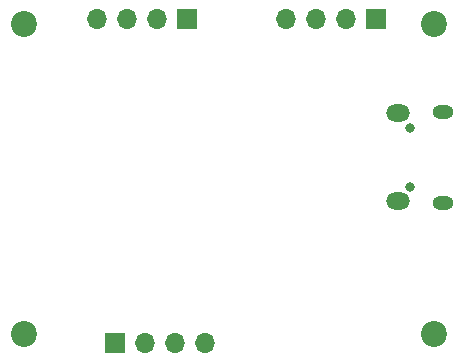
<source format=gbr>
%TF.GenerationSoftware,KiCad,Pcbnew,7.0.1*%
%TF.CreationDate,2023-03-27T05:29:06+01:00*%
%TF.ProjectId,1,312e6b69-6361-4645-9f70-636258585858,rev?*%
%TF.SameCoordinates,Original*%
%TF.FileFunction,Soldermask,Bot*%
%TF.FilePolarity,Negative*%
%FSLAX46Y46*%
G04 Gerber Fmt 4.6, Leading zero omitted, Abs format (unit mm)*
G04 Created by KiCad (PCBNEW 7.0.1) date 2023-03-27 05:29:06*
%MOMM*%
%LPD*%
G01*
G04 APERTURE LIST*
%ADD10R,1.700000X1.700000*%
%ADD11O,1.700000X1.700000*%
%ADD12O,1.800000X1.150000*%
%ADD13O,2.000000X1.450000*%
%ADD14O,0.800000X0.800000*%
%ADD15C,2.200000*%
G04 APERTURE END LIST*
D10*
%TO.C,J3*%
X116300000Y-52000000D03*
D11*
X113760000Y-52000000D03*
X111220000Y-52000000D03*
X108680000Y-52000000D03*
%TD*%
D12*
%TO.C,J1*%
X137950000Y-59875000D03*
D13*
X134150000Y-60025000D03*
X134150000Y-67475000D03*
D12*
X137950000Y-67625000D03*
D14*
X135200000Y-61250000D03*
X135200000Y-66250000D03*
%TD*%
D15*
%TO.C,H1*%
X102500000Y-78750000D03*
%TD*%
D10*
%TO.C,J4*%
X110200000Y-79500000D03*
D11*
X112740000Y-79500000D03*
X115280000Y-79500000D03*
X117820000Y-79500000D03*
%TD*%
D10*
%TO.C,J2*%
X132300000Y-52000000D03*
D11*
X129760000Y-52000000D03*
X127220000Y-52000000D03*
X124680000Y-52000000D03*
%TD*%
D15*
%TO.C,H3*%
X102500000Y-52500000D03*
%TD*%
%TO.C,H4*%
X137250000Y-52500000D03*
%TD*%
%TO.C,H2*%
X137250000Y-78750000D03*
%TD*%
M02*

</source>
